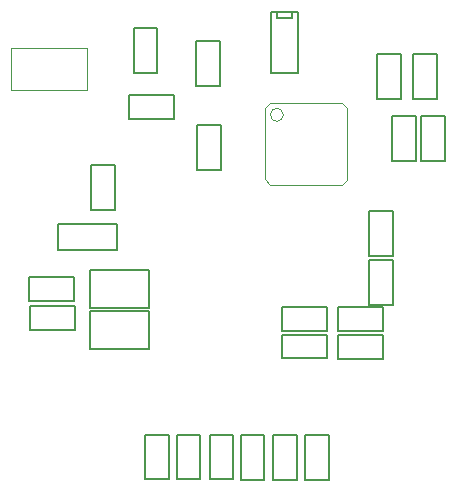
<source format=gto>
G04 Created by GerbView*
%FSLAX26Y26*%
%MOIN*%
G75*
%ADD10C,0.0010*%
%ADD11C,0.0059*%
%ADD12C,0.0039*%
%LNEXPORT*%
D02*
D10*
D11*
X454377Y-01806551D02*
X533118D01*
Y-01956157D01*
X454377D01*
Y-01806551D01*
X560629D02*
X639370D01*
Y-01956157D01*
X560629D01*
Y-01806551D01*
X670003D02*
X748744D01*
Y-01956157D01*
X670003D01*
Y-01806551D01*
X773129Y-01809673D02*
X851870D01*
Y-01959279D01*
X773129D01*
Y-01809673D01*
X882503D02*
X961244D01*
Y-01959279D01*
X882503D01*
Y-01809673D01*
X988755D02*
X1067496D01*
Y-01959279D01*
X988755D01*
Y-01809673D01*
X71972Y-01458125D02*
Y-01379385D01*
X221578D01*
Y-01458125D01*
X71972D01*
X68850Y-01361248D02*
Y-01282507D01*
X218456D01*
Y-01361248D01*
X68850D01*
X1096972Y-01554999D02*
Y-01476259D01*
X1246578D01*
Y-01554999D01*
X1096972D01*
Y-01461248D02*
Y-01382507D01*
X1246578D01*
Y-01461248D01*
X1096972D01*
X912598Y-01551874D02*
Y-01473133D01*
X1062204D01*
Y-01551874D01*
X912598D01*
Y-01461248D02*
Y-01382507D01*
X1062204D01*
Y-01461248D01*
X912598D01*
X1201157Y-01062700D02*
X1279897D01*
Y-01212307D01*
X1201157D01*
Y-01062700D01*
Y-01225200D02*
X1279897D01*
Y-01374807D01*
X1201157D01*
Y-01225200D01*
D10*
X871972Y-00699783D02*
X1112523D01*
Y-00702933D01*
X1128271Y-00718681D01*
Y-00956082D01*
Y-00956476D01*
X1109767Y-00974980D01*
X871972D01*
Y-00974586D01*
X853468Y-00956082D01*
Y-00718681D01*
Y-00718287D01*
X871972Y-00699783D01*
X915673Y-00740728D02*
G03X915673Y-00740728I-00021653J0D01*
G01*
D11*
X1279279Y-00743948D02*
X1358019D01*
Y-00893555D01*
X1279279D01*
Y-00743948D01*
X629279Y-00775200D02*
X708019D01*
Y-00924807D01*
X629279D01*
Y-00775200D01*
X162944Y-01190185D02*
Y-01103570D01*
X359795D01*
Y-01190185D01*
X162944D01*
X276157Y-00909574D02*
X354897D01*
Y-01059181D01*
X276157D01*
Y-00909574D01*
X964606Y-00398787D02*
X874055D01*
Y-00599968D01*
X964606D01*
Y-00398787D01*
X944921D02*
X893740D01*
Y-00418472D01*
X944921D01*
Y-00398787D01*
D12*
X259889Y-00518629D02*
Y-00656425D01*
X9496Y-00518629D02*
Y-00656425D01*
X259889Y-00518629D02*
X9496D01*
X259889Y-00656425D02*
X9496D01*
D11*
X416779Y-00450200D02*
X495519D01*
Y-00599807D01*
X416779D01*
Y-00450200D01*
X1376153Y-00743948D02*
X1454893D01*
Y-00893555D01*
X1376153D01*
Y-00743948D01*
X1308023Y-00687307D02*
X1229283D01*
Y-00537700D01*
X1308023D01*
Y-00687307D01*
X626153Y-00493948D02*
X704893D01*
Y-00643555D01*
X626153D01*
Y-00493948D01*
X1348031Y-00537700D02*
X1426771D01*
Y-00687307D01*
X1348031D01*
Y-00537700D01*
X272318Y-01384870D02*
Y-01258885D01*
X469169D01*
Y-01384870D01*
X272318D01*
Y-01522370D02*
Y-01396385D01*
X469169D01*
Y-01522370D01*
X272318D01*
X549704Y-00674696D02*
Y-00753437D01*
X400098D01*
Y-00674696D01*
X549704D01*
D02*
M02*

</source>
